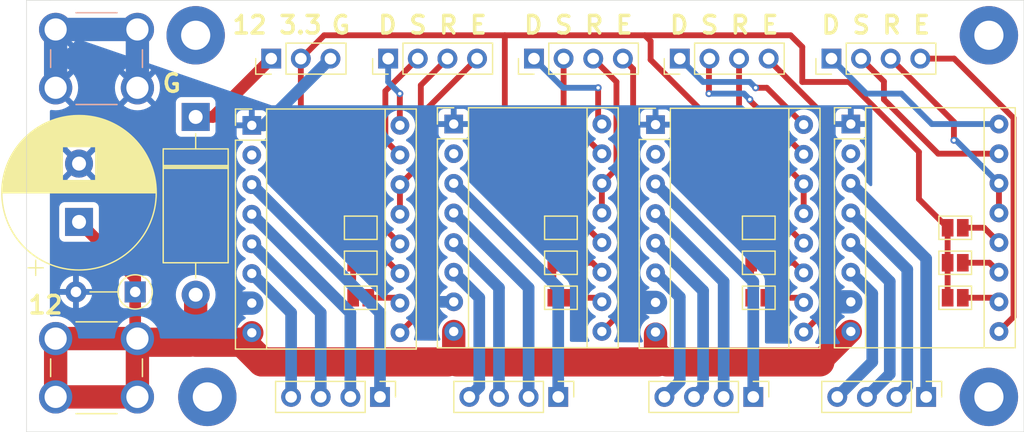
<source format=kicad_pcb>
(kicad_pcb (version 20240108) (generator "pcbnew") (generator_version "8.0")
  (layers (0 "F.Cu" signal) (31 "B.Cu" signal) (34 "B.Paste" user) (35 "F.Paste" user) (36 "B.SilkS" user "B.Silkscreen") (37 "F.SilkS" user "F.Silkscreen") (38 "B.Mask" user) (39 "F.Mask" user) (44 "Edge.Cuts" user))
  (net 0 "")
  (net 1 "GND")
  (net 2 "Net-(A6-M1)")
  (net 3 "Net-(A6-M0)")
  (net 4 "Net-(A6-M2)")
  (net 6 "Net-(A6-DIR)")
  (net 7 "Net-(A6-STEP)")
  (net 8 "Net-(A1-M0)")
  (net 10 "Net-(A1-STEP)")
  (net 11 "Net-(A1-~{EN})")
  (net 12 "Net-(A1-B2)")
  (net 13 "Net-(A1-DIR)")
  (net 14 "Net-(A1-M2)")
  (net 15 "Net-(A1-B1)")
  (net 16 "Net-(A1-A1)")
  (net 17 "Net-(A1-A2)")
  (net 18 "Net-(A1-M1)")
  (net 19 "+12V")
  (net 20 "Net-(A2-~{EN})")
  (net 21 "Net-(A2-M2)")
  (net 22 "Net-(A2-M1)")
  (net 23 "Net-(A2-STEP)")
  (net 24 "Net-(A2-A1)")
  (net 25 "Net-(A2-B1)")
  (net 26 "Net-(A2-B2)")
  (net 27 "Net-(A2-DIR)")
  (net 28 "Net-(A2-A2)")
  (net 29 "Net-(A2-M0)")
  (net 31 "Net-(A3-B2)")
  (net 32 "Net-(A3-STEP)")
  (net 33 "Net-(A3-M1)")
  (net 34 "Net-(A3-DIR)")
  (net 35 "Net-(A3-M2)")
  (net 36 "Net-(A3-M0)")
  (net 37 "Net-(A3-A2)")
  (net 38 "Net-(A3-B1)")
  (net 40 "Net-(A3-A1)")
  (net 41 "Net-(A3-~{EN})")
  (net 42 "Net-(A6-B1)")
  (net 43 "Net-(A6-B2)")
  (net 44 "Net-(A6-A1)")
  (net 45 "Net-(A6-A2)")
  (net 46 "Net-(A6-~{EN})")
  (net 47 "Net-(A1-~{RST})")
  (net 48 "Net-(A2-~{RST})")
  (net 49 "Net-(A3-~{RST})")
  (net 50 "Net-(A6-~{RST})")
  (net 51 "Net-(D2-K)")
  (net 52 "+3.3V")
  (footprint "Jumper:SolderJumper-2_P1.3mm_Open_Pad1.0x1.5mm" (layer "F.Cu") (at 90.15 85.5)
    (property "Reference" "JP4" (hide yes))
    (property "Value" "SolderJumper_2_Open" (hide yes))
    (pad "1" smd rect (at -0.65 0) (size 1 1.5) (layers "F.Cu" "F.Mask") (net 52 "+3.3V"))
    (pad "2" smd rect (at 0.65 0) (size 1 1.5) (layers "F.Cu" "F.Mask") (net 3 "Net-(A6-M0)"))
  )
  (footprint "Connector_PinHeader_2.54mm:PinHeader_1x04_P2.54mm_Vertical" (layer "F.Cu") (at 123.8 94 -90)
    (property "Reference" "J20" (hide yes))
    (property "Value" "Conn_01x04_Socket" (hide yes))
    (pad "1" thru_hole rect (at 0 0 270) (size 1.7 1.7) (drill 1) (layers "*.Cu" "*.Mask") (net 28 "Net-(A2-A2)"))
    (pad "2" thru_hole oval (at 0 2.54 270) (size 1.7 1.7) (drill 1) (layers "*.Cu" "*.Mask") (net 24 "Net-(A2-A1)"))
    (pad "3" thru_hole oval (at 0 5.08 270) (size 1.7 1.7) (drill 1) (layers "*.Cu" "*.Mask") (net 25 "Net-(A2-B1)"))
    (pad "4" thru_hole oval (at 0 7.62 270) (size 1.7 1.7) (drill 1) (layers "*.Cu" "*.Mask") (net 26 "Net-(A2-B2)"))
  )
  (footprint "Diode_THT:D_A-405_P5.08mm_Vertical_AnodeUp" (layer "F.Cu") (at 70.815 85 180)
    (property "Reference" "D1" (hide yes))
    (property "Value" "D" (hide yes))
    (pad "1" thru_hole rect (at 0 0 180) (size 1.8 1.8) (drill 0.9) (layers "*.Cu" "*.Mask") (net 19 "+12V"))
    (pad "2" thru_hole oval (at 5.08 0 180) (size 1.8 1.8) (drill 0.9) (layers "*.Cu" "*.Mask") (net 1 "GND"))
  )
  (footprint "MountingHole:MountingHole_2.5mm_Pad_TopBottom" (layer "F.Cu") (at 144 63)
    (property "Reference" "H1" (hide yes))
    (property "Value" "MountingHole" (hide yes))
    (pad "1" thru_hole circle (at 0 0) (size 2.9 2.9) (drill 2.5) (layers "*.Cu" "*.Mask"))
    (pad "1" connect circle (at 0 0) (size 5 5) (layers "F.Cu" "F.Mask"))
    (pad "1" connect circle (at 0 0) (size 5 5) (layers "B.Cu" "B.Mask"))
  )
  (footprint "Jumper:SolderJumper-2_P1.3mm_Open_Pad1.0x1.5mm" (layer "F.Cu") (at 107.31 79.5)
    (property "Reference" "JP3" (hide yes))
    (property "Value" "SolderJumper_2_Open" (hide yes))
    (pad "1" smd rect (at -0.65 0) (size 1 1.5) (layers "F.Cu" "F.Mask") (net 52 "+3.3V"))
    (pad "2" smd rect (at 0.65 0) (size 1 1.5) (layers "F.Cu" "F.Mask") (net 14 "Net-(A1-M2)"))
  )
  (footprint "Connector_PinHeader_2.54mm:PinHeader_1x04_P2.54mm_Vertical" (layer "F.Cu") (at 130.5 65 90)
    (property "Reference" "J4" (hide yes))
    (property "Value" "Conn_01x04_Socket" (hide yes))
    (pad "1" thru_hole rect (at 0 0 90) (size 1.7 1.7) (drill 1) (layers "*.Cu" "*.Mask") (net 34 "Net-(A3-DIR)"))
    (pad "2" thru_hole oval (at 0 2.54 90) (size 1.7 1.7) (drill 1) (layers "*.Cu" "*.Mask") (net 32 "Net-(A3-STEP)"))
    (pad "3" thru_hole oval (at 0 5.08 90) (size 1.7 1.7) (drill 1) (layers "*.Cu" "*.Mask") (net 49 "Net-(A3-~{RST})"))
    (pad "4" thru_hole oval (at 0 7.62 90) (size 1.7 1.7) (drill 1) (layers "*.Cu" "*.Mask") (net 41 "Net-(A3-~{EN})"))
  )
  (footprint "Jumper:SolderJumper-2_P1.3mm_Open_Pad1.0x1.5mm" (layer "F.Cu") (at 141.11 79.5)
    (property "Reference" "JP9" (hide yes))
    (property "Value" "SolderJumper_2_Open" (hide yes))
    (pad "1" smd rect (at -0.65 0) (size 1 1.5) (layers "F.Cu" "F.Mask") (net 52 "+3.3V"))
    (pad "2" smd rect (at 0.65 0) (size 1 1.5) (layers "F.Cu" "F.Mask") (net 35 "Net-(A3-M2)"))
  )
  (footprint "MountingHole:MountingHole_2.5mm_Pad_TopBottom" (layer "F.Cu") (at 76 63)
    (property "Reference" "H2" (hide yes))
    (property "Value" "MountingHole" (hide yes))
    (pad "1" thru_hole circle (at 0 0) (size 2.9 2.9) (drill 2.5) (layers "*.Cu" "*.Mask"))
    (pad "1" connect circle (at 0 0) (size 5 5) (layers "F.Cu" "F.Mask"))
    (pad "1" connect circle (at 0 0) (size 5 5) (layers "B.Cu" "B.Mask"))
  )
  (footprint "MountingHole:MountingHole_2.5mm_Pad_TopBottom" (layer "F.Cu") (at 144 94)
    (property "Reference" "H3" (hide yes))
    (property "Value" "MountingHole" (hide yes))
    (pad "1" thru_hole circle (at 0 0) (size 2.9 2.9) (drill 2.5) (layers "*.Cu" "*.Mask"))
    (pad "1" connect circle (at 0 0) (size 5 5) (layers "F.Cu" "F.Mask"))
    (pad "1" connect circle (at 0 0) (size 5 5) (layers "B.Cu" "B.Mask"))
  )
  (footprint "misc:KEYSTONE_7767" (layer "F.Cu") (at 67.5 91.5 90)
    (property "Reference" "J27" (hide yes))
    (property "Value" "7767" (hide yes))
    (pad "1_1" thru_hole circle (at -2.5 3.505 90) (size 2.85 2.85) (drill 1.9) (layers "*.Cu" "*.Mask") (net 19 "+12V"))
    (pad "1_2" thru_hole circle (at 2.5 3.505 90) (size 2.85 2.85) (drill 1.9) (layers "*.Cu" "*.Mask") (net 19 "+12V"))
    (pad "1_3" thru_hole circle (at 2.5 -3.505 90) (size 2.85 2.85) (drill 1.9) (layers "*.Cu" "*.Mask") (net 19 "+12V"))
    (pad "1_4" thru_hole circle (at -2.5 -3.505 90) (size 2.85 2.85) (drill 1.9) (layers "*.Cu" "*.Mask") (net 19 "+12V"))
  )
  (footprint "Module:Pololu_Breakout-16_15.2x20.3mm" (layer "F.Cu") (at 98.12 70.61)
    (property "Reference" "A1" (hide yes))
    (property "Value" "Pololu_Breakout_DRV8825" (hide yes))
    (pad "1" thru_hole rect (at 0 0) (size 1.6 1.6) (drill 0.8) (layers "*.Cu" "*.Mask") (net 1 "GND"))
    (pad "2" thru_hole oval (at 0 2.54) (size 1.6 1.6) (drill 0.8) (layers "*.Cu" "*.Mask"))
    (pad "3" thru_hole oval (at 0 5.08) (size 1.6 1.6) (drill 0.8) (layers "*.Cu" "*.Mask") (net 17 "Net-(A1-A2)"))
    (pad "4" thru_hole oval (at 0 7.62) (size 1.6 1.6) (drill 0.8) (layers "*.Cu" "*.Mask") (net 16 "Net-(A1-A1)"))
    (pad "5" thru_hole oval (at 0 10.16) (size 1.6 1.6) (drill 0.8) (layers "*.Cu" "*.Mask") (net 15 "Net-(A1-B1)"))
    (pad "6" thru_hole oval (at 0 12.7) (size 1.6 1.6) (drill 0.8) (layers "*.Cu" "*.Mask") (net 12 "Net-(A1-B2)"))
    (pad "7" thru_hole oval (at 0 15.24) (size 1.6 1.6) (drill 0.8) (layers "*.Cu" "*.Mask") (net 1 "GND"))
    (pad "8" thru_hole oval (at 0 17.78) (size 1.6 1.6) (drill 0.8) (layers "*.Cu" "*.Mask") (net 19 "+12V"))
    (pad "9" thru_hole oval (at 12.7 17.78) (size 1.6 1.6) (drill 0.8) (layers "*.Cu" "*.Mask") (net 11 "Net-(A1-~{EN})"))
    (pad "10" thru_hole oval (at 12.7 15.24) (size 1.6 1.6) (drill 0.8) (layers "*.Cu" "*.Mask") (net 8 "Net-(A1-M0)"))
    (pad "11" thru_hole oval (at 12.7 12.7) (size 1.6 1.6) (drill 0.8) (layers "*.Cu" "*.Mask") (net 18 "Net-(A1-M1)"))
    (pad "12" thru_hole oval (at 12.7 10.16) (size 1.6 1.6) (drill 0.8) (layers "*.Cu" "*.Mask") (net 14 "Net-(A1-M2)"))
    (pad "13" thru_hole oval (at 12.7 7.62) (size 1.6 1.6) (drill 0.8) (layers "*.Cu" "*.Mask") (net 47 "Net-(A1-~{RST})"))
    (pad "14" thru_hole oval (at 12.7 5.08) (size 1.6 1.6) (drill 0.8) (layers "*.Cu" "*.Mask") (net 47 "Net-(A1-~{RST})"))
    (pad "15" thru_hole oval (at 12.7 2.54) (size 1.6 1.6) (drill 0.8) (layers "*.Cu" "*.Mask") (net 10 "Net-(A1-STEP)"))
    (pad "16" thru_hole oval (at 12.7 0) (size 1.6 1.6) (drill 0.8) (layers "*.Cu" "*.Mask") (net 13 "Net-(A1-DIR)"))
  )
  (footprint "Connector_PinHeader_2.54mm:PinHeader_1x03_P2.54mm_Vertical" (layer "F.Cu") (at 82.475 65 90)
    (property "Reference" "J5" (hide yes))
    (property "Value" "Conn_01x03_Socket" (hide yes))
    (pad "1" thru_hole rect (at 0 0 90) (size 1.7 1.7) (drill 1) (layers "*.Cu" "*.Mask") (net 51 "Net-(D2-K)"))
    (pad "2" thru_hole oval (at 0 2.54 90) (size 1.7 1.7) (drill 1) (layers "*.Cu" "*.Mask") (net 52 "+3.3V"))
    (pad "3" thru_hole oval (at 0 5.08 90) (size 1.7 1.7) (drill 1) (layers "*.Cu" "*.Mask") (net 1 "GND"))
  )
  (footprint "Connector_PinHeader_2.54mm:PinHeader_1x04_P2.54mm_Vertical" (layer "F.Cu") (at 138.62 94 -90)
    (property "Reference" "J26" (hide yes))
    (property "Value" "Conn_01x04_Socket" (hide yes))
    (pad "1" thru_hole rect (at 0 0 270) (size 1.7 1.7) (drill 1) (layers "*.Cu" "*.Mask") (net 37 "Net-(A3-A2)"))
    (pad "2" thru_hole oval (at 0 2.54 270) (size 1.7 1.7) (drill 1) (layers "*.Cu" "*.Mask") (net 40 "Net-(A3-A1)"))
    (pad "3" thru_hole oval (at 0 5.08 270) (size 1.7 1.7) (drill 1) (layers "*.Cu" "*.Mask") (net 38 "Net-(A3-B1)"))
    (pad "4" thru_hole oval (at 0 7.62 270) (size 1.7 1.7) (drill 1) (layers "*.Cu" "*.Mask") (net 31 "Net-(A3-B2)"))
  )
  (footprint "Connector_PinHeader_2.54mm:PinHeader_1x04_P2.54mm_Vertical" (layer "F.Cu") (at 105 65 90)
    (property "Reference" "J2" (hide yes))
    (property "Value" "Conn_01x04_Socket" (hide yes))
    (pad "1" thru_hole rect (at 0 0 90) (size 1.7 1.7) (drill 1) (layers "*.Cu" "*.Mask") (net 13 "Net-(A1-DIR)"))
    (pad "2" thru_hole oval (at 0 2.54 90) (size 1.7 1.7) (drill 1) (layers "*.Cu" "*.Mask") (net 10 "Net-(A1-STEP)"))
    (pad "3" thru_hole oval (at 0 5.08 90) (size 1.7 1.7) (drill 1) (layers "*.Cu" "*.Mask") (net 47 "Net-(A1-~{RST})"))
    (pad "4" thru_hole oval (at 0 7.62 90) (size 1.7 1.7) (drill 1) (layers "*.Cu" "*.Mask") (net 11 "Net-(A1-~{EN})"))
  )
  (footprint "Connector_PinHeader_2.54mm:PinHeader_1x04_P2.54mm_Vertical" (layer "F.Cu") (at 91.8 94 -90)
    (property "Reference" "J8" (hide yes))
    (property "Value" "Conn_01x04_Socket" (hide yes))
    (pad "1" thru_hole rect (at 0 0 270) (size 1.7 1.7) (drill 1) (layers "*.Cu" "*.Mask") (net 45 "Net-(A6-A2)"))
    (pad "2" thru_hole oval (at 0 2.54 270) (size 1.7 1.7) (drill 1) (layers "*.Cu" "*.Mask") (net 44 "Net-(A6-A1)"))
    (pad "3" thru_hole oval (at 0 5.08 270) (size 1.7 1.7) (drill 1) (layers "*.Cu" "*.Mask") (net 42 "Net-(A6-B1)"))
    (pad "4" thru_hole oval (at 0 7.62 270) (size 1.7 1.7) (drill 1) (layers "*.Cu" "*.Mask") (net 43 "Net-(A6-B2)"))
  )
  (footprint "Module:Pololu_Breakout-16_15.2x20.3mm" (layer "F.Cu") (at 115.42 70.66)
    (property "Reference" "A2" (hide yes))
    (property "Value" "Pololu_Breakout_DRV8825" (hide yes))
    (pad "1" thru_hole rect (at 0 0) (size 1.6 1.6) (drill 0.8) (layers "*.Cu" "*.Mask") (net 1 "GND"))
    (pad "2" thru_hole oval (at 0 2.54) (size 1.6 1.6) (drill 0.8) (layers "*.Cu" "*.Mask"))
    (pad "3" thru_hole oval (at 0 5.08) (size 1.6 1.6) (drill 0.8) (layers "*.Cu" "*.Mask") (net 28 "Net-(A2-A2)"))
    (pad "4" thru_hole oval (at 0 7.62) (size 1.6 1.6) (drill 0.8) (layers "*.Cu" "*.Mask") (net 24 "Net-(A2-A1)"))
    (pad "5" thru_hole oval (at 0 10.16) (size 1.6 1.6) (drill 0.8) (layers "*.Cu" "*.Mask") (net 25 "Net-(A2-B1)"))
    (pad "6" thru_hole oval (at 0 12.7) (size 1.6 1.6) (drill 0.8) (layers "*.Cu" "*.Mask") (net 26 "Net-(A2-B2)"))
    (pad "7" thru_hole oval (at 0 15.24) (size 1.6 1.6) (drill 0.8) (layers "*.Cu" "*.Mask") (net 1 "GND"))
    (pad "8" thru_hole oval (at 0 17.78) (size 1.6 1.6) (drill 0.8) (layers "*.Cu" "*.Mask") (net 19 "+12V"))
    (pad "9" thru_hole oval (at 12.7 17.78) (size 1.6 1.6) (drill 0.8) (layers "*.Cu" "*.Mask") (net 20 "Net-(A2-~{EN})"))
    (pad "10" thru_hole oval (at 12.7 15.24) (size 1.6 1.6) (drill 0.8) (layers "*.Cu" "*.Mask") (net 29 "Net-(A2-M0)"))
    (pad "11" thru_hole oval (at 12.7 12.7) (size 1.6 1.6) (drill 0.8) (layers "*.Cu" "*.Mask") (net 22 "Net-(A2-M1)"))
    (pad "12" thru_hole oval (at 12.7 10.16) (size 1.6 1.6) (drill 0.8) (layers "*.Cu" "*.Mask") (net 21 "Net-(A2-M2)"))
    (pad "13" thru_hole oval (at 12.7 7.62) (size 1.6 1.6) (drill 0.8) (layers "*.Cu" "*.Mask") (net 48 "Net-(A2-~{RST})"))
    (pad "14" thru_hole oval (at 12.7 5.08) (size 1.6 1.6) (drill 0.8) (layers "*.Cu" "*.Mask") (net 48 "Net-(A2-~{RST})"))
    (pad "15" thru_hole oval (at 12.7 2.54) (size 1.6 1.6) (drill 0.8) (layers "*.Cu" "*.Mask") (net 23 "Net-(A2-STEP)"))
    (pad "16" thru_hole oval (at 12.7 0) (size 1.6 1.6) (drill 0.8) (layers "*.Cu" "*.Mask") (net 27 "Net-(A2-DIR)"))
  )
  (footprint "Connector_PinHeader_2.54mm:PinHeader_1x04_P2.54mm_Vertical" (layer "F.Cu") (at 92.5 65 90)
    (property "Reference" "J1" (hide yes))
    (property "Value" "Conn_01x04_Socket" (hide yes))
    (pad "1" thru_hole rect (at 0 0 90) (size 1.7 1.7) (drill 1) (layers "*.Cu" "*.Mask") (net 6 "Net-(A6-DIR)"))
    (pad "2" thru_hole oval (at 0 2.54 90) (size 1.7 1.7) (drill 1) (layers "*.Cu" "*.Mask") (net 7 "Net-(A6-STEP)"))
    (pad "3" thru_hole oval (at 0 5.08 90) (size 1.7 1.7) (drill 1) (layers "*.Cu" "*.Mask") (net 50 "Net-(A6-~{RST})"))
    (pad "4" thru_hole oval (at 0 7.62 90) (size 1.7 1.7) (drill 1) (layers "*.Cu" "*.Mask") (net 46 "Net-(A6-~{EN})"))
  )
  (footprint "Jumper:SolderJumper-2_P1.3mm_Open_Pad1.0x1.5mm" (layer "F.Cu") (at 124.27 82.5)
    (property "Reference" "JP11" (hide yes))
    (property "Value" "SolderJumper_2_Open" (hide yes))
    (pad "1" smd rect (at -0.65 0) (size 1 1.5) (layers "F.Cu" "F.Mask") (net 52 "+3.3V"))
    (pad "2" smd rect (at 0.65 0) (size 1 1.5) (layers "F.Cu" "F.Mask") (net 22 "Net-(A2-M1)"))
  )
  (footprint "Diode_THT:D_DO-27_P15.24mm_Horizontal" (layer "F.Cu") (at 76 70 -90)
    (property "Reference" "D2" (hide yes))
    (property "Value" "D")
    (pad "1" thru_hole rect (at 0 0 270) (size 2.4 2.4) (drill 1.2) (layers "*.Cu" "*.Mask") (net 51 "Net-(D2-K)"))
    (pad "2" thru_hole oval (at 15.24 0 270) (size 2.4 2.4) (drill 1.2) (layers "*.Cu" "*.Mask") (net 19 "+12V"))
  )
  (footprint "Connector_PinHeader_2.54mm:PinHeader_1x04_P2.54mm_Vertical" (layer "F.Cu") (at 117.5 65 90)
    (property "Reference" "J3" (hide yes))
    (property "Value" "Conn_01x04_Socket" (hide yes))
    (pad "1" thru_hole rect (at 0 0 90) (size 1.7 1.7) (drill 1) (layers "*.Cu" "*.Mask") (net 27 "Net-(A2-DIR)"))
    (pad "2" thru_hole oval (at 0 2.54 90) (size 1.7 1.7) (drill 1) (layers "*.Cu" "*.Mask") (net 23 "Net-(A2-STEP)"))
    (pad "3" thru_hole oval (at 0 5.08 90) (size 1.7 1.7) (drill 1) (layers "*.Cu" "*.Mask") (net 48 "Net-(A2-~{RST})"))
    (pad "4" thru_hole oval (at 0 7.62 90) (size 1.7 1.7) (drill 1) (layers "*.Cu" "*.Mask") (net 20 "Net-(A2-~{EN})"))
  )
  (footprint "Module:Pololu_Breakout-16_15.2x20.3mm" (layer "F.Cu") (at 80.81 70.72)
    (property "Reference" "A6" (hide yes))
    (property "Value" "Pololu_Breakout_DRV8825" (hide yes))
    (pad "1" thru_hole rect (at 0 0) (size 1.6 1.6) (drill 0.8) (layers "*.Cu" "*.Mask") (net 1 "GND"))
    (pad "2" thru_hole oval (at 0 2.54) (size 1.6 1.6) (drill 0.8) (layers "*.Cu" "*.Mask"))
    (pad "3" thru_hole oval (at 0 5.08) (size 1.6 1.6) (drill 0.8) (layers "*.Cu" "*.Mask") (net 45 "Net-(A6-A2)"))
    (pad "4" thru_hole oval (at 0 7.62) (size 1.6 1.6) (drill 0.8) (layers "*.Cu" "*.Mask") (net 44 "Net-(A6-A1)"))
    (pad "5" thru_hole oval (at 0 10.16) (size 1.6 1.6) (drill 0.8) (layers "*.Cu" "*.Mask") (net 42 "Net-(A6-B1)"))
    (pad "6" thru_hole oval (at 0 12.7) (size 1.6 1.6) (drill 0.8) (layers "*.Cu" "*.Mask") (net 43 "Net-(A6-B2)"))
    (pad "7" thru_hole oval (at 0 15.24) (size 1.6 1.6) (drill 0.8) (layers "*.Cu" "*.Mask") (net 1 "GND"))
    (pad "8" thru_hole oval (at 0 17.78) (size 1.6 1.6) (drill 0.8) (layers "*.Cu" "*.Mask") (net 19 "+12V"))
    (pad "9" thru_hole oval (at 12.7 17.78) (size 1.6 1.6) (drill 0.8) (layers "*.Cu" "*.Mask") (net 46 "Net-(A6-~{EN})"))
    (pad "10" thru_hole oval (at 12.7 15.24) (size 1.6 1.6) (drill 0.8) (layers "*.Cu" "*.Mask") (net 3 "Net-(A6-M0)"))
    (pad "11" thru_hole oval (at 12.7 12.7) (size 1.6 1.6) (drill 0.8) (layers "*.Cu" "*.Mask") (net 2 "Net-(A6-M1)"))
    (pad "12" thru_hole oval (at 12.7 10.16) (size 1.6 1.6) (drill 0.8) (layers "*.Cu" "*.Mask") (net 4 "Net-(A6-M2)"))
    (pad "13" thru_hole oval (at 12.7 7.62) (size 1.6 1.6) (drill 0.8) (layers "*.Cu" "*.Mask") (net 50 "Net-(A6-~{RST})"))
    (pad "14" thru_hole oval (at 12.7 5.08) (size 1.6 1.6) (drill 0.8) (layers "*.Cu" "*.Mask") (net 50 "Net-(A6-~{RST})"))
    (pad "15" thru_hole oval (at 12.7 2.54) (size 1.6 1.6) (drill 0.8) (layers "*.Cu" "*.Mask") (net 7 "Net-(A6-STEP)"))
    (pad "16" thru_hole oval (at 12.7 0) (size 1.6 1.6) (drill 0.8) (layers "*.Cu" "*.Mask") (net 6 "Net-(A6-DIR)"))
  )
  (footprint "Jumper:SolderJumper-2_P1.3mm_Open_Pad1.0x1.5mm" (layer "F.Cu") (at 141.11 82.5)
    (property "Reference" "JP8" (hide yes))
    (property "Value" "SolderJumper_2_Open" (hide yes))
    (pad "1" smd rect (at -0.65 0) (size 1 1.5) (layers "F.Cu" "F.Mask") (net 52 "+3.3V"))
    (pad "2" smd rect (at 0.65 0) (size 1 1.5) (layers "F.Cu" "F.Mask") (net 33 "Net-(A3-M1)"))
  )
  (footprint "Jumper:SolderJumper-2_P1.3mm_Open_Pad1.0x1.5mm" (layer "F.Cu") (at 141.11 85.5)
    (property "Reference" "JP7" (hide yes))
    (property "Value" "SolderJumper_2_Open" (hide yes))
    (pad "1" smd rect (at -0.65 0) (size 1 1.5) (layers "F.Cu" "F.Mask") (net 52 "+3.3V"))
    (pad "2" smd rect (at 0.65 0) (size 1 1.5) (layers "F.Cu" "F.Mask") (net 36 "Net-(A3-M0)"))
  )
  (footprint "Jumper:SolderJumper-2_P1.3mm_Open_Pad1.0x1.5mm" (layer "F.Cu") (at 90.15 79.5)
    (property "Reference" "JP6" (hide yes))
    (property "Value" "SolderJumper_2_Open" (hide yes))
    (pad "1" smd rect (at -0.65 0) (size 1 1.5) (layers "F.Cu" "F.Mask") (net 52 "+3.3V"))
    (pad "2" smd rect (at 0.65 0) (size 1 1.5) (layers "F.Cu" "F.Mask") (net 4 "Net-(A6-M2)"))
  )
  (footprint "Jumper:SolderJumper-2_P1.3mm_Open_Pad1.0x1.5mm" (layer "F.Cu") (at 107.31 85.5)
    (property "Reference" "JP1" (hide yes))
    (property "Value" "SolderJumper_2_Open" (hide yes))
    (pad "1" smd rect (at -0.65 0) (size 1 1.5) (layers "F.Cu" "F.Mask") (net 52 "+3.3V"))
    (pad "2" smd rect (at 0.65 0) (size 1 1.5) (layers "F.Cu" "F.Mask") (net 8 "Net-(A1-M0)"))
  )
  (footprint "Jumper:SolderJumper-2_P1.3mm_Open_Pad1.0x1.5mm" (layer "F.Cu") (at 124.27 79.5)
    (property "Reference" "JP12" (hide yes))
    (property "Value" "SolderJumper_2_Open" (hide yes))
    (pad "1" smd rect (at -0.65 0) (size 1 1.5) (layers "F.Cu" "F.Mask") (net 52 "+3.3V"))
    (pad "2" smd rect (at 0.65 0) (size 1 1.5) (layers "F.Cu" "F.Mask") (net 21 "Net-(A2-M2)"))
  )
  (footprint "MountingHole:MountingHole_2.5mm_Pad_TopBottom" (layer "F.Cu") (at 77 94)
    (property "Reference" "H4" (hide yes))
    (property "Value" "MountingHole" (hide yes))
    (pad "1" thru_hole circle (at 0 0) (size 2.9 2.9) (drill 2.5) (layers "*.Cu" "*.Mask"))
    (pad "1" connect circle (at 0 0) (size 5 5) (layers "F.Cu" "F.Mask"))
    (pad "1" connect circle (at 0 0) (size 5 5) (layers "B.Cu" "B.Mask"))
  )
  (footprint "Capacitor_THT:CP_Radial_D13.0mm_P5.00mm" (layer "F.Cu") (at 66 79 90)
    (property "Reference" "C1" (hide yes))
    (property "Value" "C")
    (pad "1" thru_hole rect (at 0 0 90) (size 2.4 2.4) (drill 1.2) (layers "*.Cu" "*.Mask") (net 19 "+12V"))
    (pad "2" thru_hole circle (at 5 0 90) (size 2.4 2.4) (drill 1.2) (layers "*.Cu" "*.Mask") (net 1 "GND"))
  )
  (footprint "Module:Pololu_Breakout-16_15.2x20.3mm" (layer "F.Cu") (at 132.16 70.61)
    (property "Reference" "A3" (hide yes))
    (property "Value" "Pololu_Breakout_DRV8825" (hide yes))
    (pad "1" thru_hole rect (at 0 0) (size 1.6 1.6) (drill 0.8) (layers "*.Cu" "*.Mask") (net 1 "GND"))
    (pad "2" thru_hole oval (at 0 2.54) (size 1.6 1.6) (drill 0.8) (layers "*.Cu" "*.Mask"))
    (pad "3" thru_hole oval (at 0 5.08) (size 1.6 1.6) (drill 0.8) (layers "*.Cu" "*.Mask") (net 37 "Net-(A3-A2)"))
    (pad "4" thru_hole oval (at 0 7.62) (size 1.6 1.6) (drill 0.8) (layers "*.Cu" "*.Mask") (net 40 "Net-(A3-A1)"))
    (pad "5" thru_hole oval (at 0 10.16) (size 1.6 1.6) (drill 0.8) (layers "*.Cu" "*.Mask") (net 38 "Net-(A3-B1)"))
    (pad "6" thru_hole oval (at 0 12.7) (size 1.6 1.6) (drill 0.8) (layers "*.Cu" "*.Mask") (net 31 "Net-(A3-B2)"))
    (pad "7" thru_hole oval (at 0 15.24) (size 1.6 1.6) (drill 0.8) (layers "*.Cu" "*.Mask") (net 1 "GND"))
    (pad "8" thru_hole oval (at 0 17.78) (size 1.6 1.6) (drill 0.8) (layers "*.Cu" "*.Mask") (net 19 "+12V"))
    (pad "9" thru_hole oval (at 12.7 17.78) (size 1.6 1.6) (drill 0.8) (layers "*.Cu" "*.Mask") (net 41 "Net-(A3-~{EN})"))
    (pad "10" thru_hole oval (at 12.7 15.24) (size 1.6 1.6) (drill 0.8) (layers "*.Cu" "*.Mask") (net 36 "Net-(A3-M0)"))
    (pad "11" thru_hole oval (at 12.7 12.7) (size 1.6 1.6) (drill 0.8) (layers "*.Cu" "*.Mask") (net 33 "Net-(A3-M1)"))
    (pad "12" thru_hole oval (at 12.7 10.16) (size 1.6 1.6) (drill 0.8) (layers "*.Cu" "*.Mask") (net 35 "Net-(A3-M2)"))
    (pad "13" thru_hole oval (at 12.7 7.62) (size 1.6 1.6) (drill 0.8) (layers "*.Cu" "*.Mask") (net 49 "Net-(A3-~{RST})"))
    (pad "14" thru_hole oval (at 12.7 5.08) (size 1.6 1.6) (drill 0.8) (layers "*.Cu" "*.Mask") (net 49 "Net-(A3-~{RST})"))
    (pad "15" thru_hole oval (at 12.7 2.54) (size 1.6 1.6) (drill 0.8) (layers "*.Cu" "*.Mask") (net 32 "Net-(A3-STEP)"))
    (pad "16" thru_hole oval (at 12.7 0) (size 1.6 1.6) (drill 0.8) (layers "*.Cu" "*.Mask") (net 34 "Net-(A3-DIR)"))
  )
  (footprint "Connector_PinHeader_2.54mm:PinHeader_1x04_P2.54mm_Vertical" (layer "F.Cu") (at 107.08 94 -90)
    (property "Reference" "J14" (hide yes))
    (property "Value" "Conn_01x04_Socket" (hide yes))
    (pad "1" thru_hole rect (at 0 0 270) (size 1.7 1.7) (drill 1) (layers "*.Cu" "*.Mask") (net 17 "Net-(A1-A2)"))
    (pad "2" thru_hole oval (at 0 2.54 270) (size 1.7 1.7) (drill 1) (layers "*.Cu" "*.Mask") (net 16 "Net-(A1-A1)"))
    (pad "3" thru_hole oval (at 0 5.08 270) (size 1.7 1.7) (drill 1) (layers "*.Cu" "*.Mask") (net 15 "Net-(A1-B1)"))
    (pad "4" thru_hole oval (at 0 7.62 270) (size 1.7 1.7) (drill 1) (layers "*.Cu" "*.Mask") (net 12 "Net-(A1-B2)"))
  )
  (footprint "Jumper:SolderJumper-2_P1.3mm_Open_Pad1.0x1.5mm" (layer "F.Cu") (at 124.27 85.5)
    (property "Reference" "JP10" (hide yes))
    (property "Value" "SolderJumper_2_Open" (hide yes))
    (pad "1" smd rect (at -0.65 0) (size 1 1.5) (layers "F.Cu" "F.Mask") (net 52 "+3.3V"))
    (pad "2" smd rect (at 0.65 0) (size 1 1.5) (layers "F.Cu" "F.Mask") (net 29 "Net-(A2-M0)"))
  )
  (footprint "Jumper:SolderJumper-2_P1.3mm_Open_Pad1.0x1.5mm" (layer "F.Cu") (at 90.15 82.5)
    (property "Reference" "JP5" (hide yes))
    (property "Value" "SolderJumper_2_Open" (hide yes))
    (pad "1" smd rect (at -0.65 0) (size 1 1.5) (layers "F.Cu" "F.Mask") (net 52 "+3.3V"))
    (pad "2" smd rect (at 0.65 0) (size 1 1.5) (layers "F.Cu" "F.Mask") (net 2 "Net-(A6-M1)"))
  )
  (footprint "Jumper:SolderJumper-2_P1.3mm_Open_Pad1.0x1.5mm" (layer "F.Cu") (at 107.31 82.5)
    (property "Reference" "JP2" (hide yes))
    (property "Value" "SolderJumper_2_Open" (hide yes))
    (pad "1" smd rect (at -0.65 0) (size 1 1.5) (layers "F.Cu" "F.Mask") (net 52 "+3.3V"))
    (pad "2" smd rect (at 0.65 0) (size 1 1.5) (layers "F.Cu" "F.Mask") (net 18 "Net-(A1-M1)"))
  )
  (footprint "misc:KEYSTONE_7767" (layer "B.Cu") (at 67.5 65 90)
    (property "Reference" "J28" (hide yes))
    (property "Value" "7767" (hide yes))
    (pad "1_1" thru_hole circle (at -2.5 -3.505 90) (size 2.85 2.85) (drill 1.9) (layers "*.Cu" "*.Mask") (net 1 "GND"))
    (pad "1_2" thru_hole circle (at 2.5 -3.505 90) (size 2.85 2.85) (drill 1.9) (layers "*.Cu" "*.Mask") (net 1 "GND"))
    (pad "1_3" thru_hole circle (at 2.5 3.505 90) (size 2.85 2.85) (drill 1.9) (layers "*.Cu" "*.Mask") (net 1 "GND"))
    (pad "1_4" thru_hole circle (at -2.5 3.505 90) (size 2.85 2.85) (drill 1.9) (layers "*.Cu" "*.Mask") (net 1 "GND"))
  )
  (gr_line (start 62 60) (end 61.5 60) (stroke (width 0.05)) (layer "Edge.Cuts"))
  (gr_line (start 61.5 97) (end 61.5 60) (stroke (width 0.05)) (layer "Edge.Cuts"))
  (gr_line (start 147 97) (end 147 60) (stroke (width 0.05)) (layer "Edge.Cuts"))
  (gr_line (start 63.5 60) (end 62 60) (stroke (width 0.05)) (layer "Edge.Cuts"))
  (gr_line (start 61.5 97) (end 147 97) (stroke (width 0.05)) (layer "Edge.Cuts"))
  (gr_line (start 147 60) (end 63.5 60) (stroke (width 0.05)) (layer "Edge.Cuts"))
  (gr_text "D S R E" (at 104 63 0) (layer "F.SilkS") (effects (font (size 1.5 1.5) (thickness 0.3) (bold yes)) (justify left bottom)))
  (gr_text "G" (at 87.5 63 0) (layer "F.SilkS") (effects (font (size 1.5 1.5) (thickness 0.3) (bold yes)) (justify left bottom)))
  (gr_text "D S R E" (at 129.5 63 0) (layer "F.SilkS") (effects (font (size 1.5 1.5) (thickness 0.3) (bold yes)) (justify left bottom)))
  (gr_text "G" (at 62 73 0) (layer "F.SilkS") (effects (font (size 1.5 1.5) (thickness 0.3) (bold yes)) (justify left bottom)))
  (gr_text "3.3" (at 83 63 0) (layer "F.SilkS") (effects (font (size 1.5 1.5) (thickness 0.3) (bold yes)) (justify left bottom)))
  (gr_text "D S R E" (at 116.5 63 0) (layer "F.SilkS") (effects (font (size 1.5 1.5) (thickness 0.3) (bold yes)) (justify left bottom)))
  (gr_text "12" (at 79 63 0) (layer "F.SilkS") (effects (font (size 1.5 1.5) (thickness 0.3) (bold yes)) (justify left bottom)))
  (gr_text "G" (at 73 68 0) (layer "F.SilkS") (effects (font (size 1.5 1.5) (thickness 0.3) (bold yes)) (justify left bottom)))
  (gr_text "D S R E" (at 91.5 63 0) (layer "F.SilkS") (effects (font (size 1.5 1.5) (thickness 0.3) (bold yes)) (justify left bottom)))
  (gr_text "12" (at 61.5 87 0) (layer "F.SilkS") (effects (font (size 1.5 1.5) (thickness 0.3) (bold yes)) (justify left bottom)))
  (segment (start 80.81 85.96) (end 80.04 85.96) (width 2) (layer "B.Cu") (net 1))
  (segment (start 132.16 85.85) (end 130.65 85.85) (width 2) (layer "B.Cu") (net 1))
  (segment (start 130.65 85.85) (end 130.5 86) (width 2) (layer "B.Cu") (net 1))
  (segment (start 80.04 85.96) (end 80 86) (width 2) (layer "B.Cu") (net 1))
  (segment (start 63.995 62.5) (end 63.995 67.5) (width 2) (layer "B.Cu") (net 1))
  (segment (start 80.81 70.72) (end 81.835 70.72) (width 1) (layer "B.Cu") (net 1))
  (segment (start 81.835 70.72) (end 87.555 65) (width 1) (layer "B.Cu") (net 1))
  (segment (start 96.5 85.85) (end 97.65 85.85) (width 1) (layer "B.Cu") (net 1))
  (segment (start 71.005 62.5) (end 71.005 67.5) (width 2) (layer "B.Cu") (net 1))
  (segment (start 63.995 62.5) (end 71.005 62.5) (width 2) (layer "B.Cu") (net 1))
  (segment (start 115.42 85.9) (end 114.1 85.9) (width 2) (layer "B.Cu") (net 1))
  (segment (start 90.8 82.5) (end 92.59 82.5) (width 0.5) (layer "F.Cu") (net 2))
  (segment (start 92.59 82.5) (end 93.51 83.42) (width 0.5) (layer "F.Cu") (net 2))
  (segment (start 90.8 85.5) (end 93.05 85.5) (width 0.5) (layer "F.Cu") (net 3))
  (segment (start 93.05 85.5) (end 93.51 85.96) (width 0.5) (layer "F.Cu") (net 3))
  (segment (start 90.8 79.5) (end 92.13 79.5) (width 0.5) (layer "F.Cu") (net 4))
  (segment (start 92.13 79.5) (end 93.51 80.88) (width 0.5) (layer "F.Cu") (net 4))
  (segment (start 93.5 70.71) (end 93.51 70.72) (width 0.5) (layer "F.Cu") (net 6))
  (segment (start 93.5 68) (end 93.5 70.71) (width 0.5) (layer "F.Cu") (net 6))
  (via (at 93.5 68) (size 0.6) (drill 0.3) (layers "F.Cu" "B.Cu") (net 6))
  (segment (start 92.5 65) (end 92.5 67) (width 0.5) (layer "B.Cu") (net 6))
  (segment (start 92.5 67) (end 93.5 68) (width 0.5) (layer "B.Cu") (net 6))
  (segment (start 95.04 65) (end 92.26 67.78) (width 0.5) (layer "F.Cu") (net 7))
  (segment (start 92.26 72.01) (end 93.51 73.26) (width 0.5) (layer "F.Cu") (net 7))
  (segment (start 92.26 67.78) (end 92.26 72.01) (width 0.5) (layer "F.Cu") (net 7))
  (segment (start 110.47 85.5) (end 110.82 85.85) (width 0.5) (layer "F.Cu") (net 8))
  (segment (start 107.96 85.5) (end 110.47 85.5) (width 0.5) (layer "F.Cu") (net 8))
  (segment (start 107.54 65) (end 107.54 69.87) (width 0.5) (layer "F.Cu") (net 10))
  (segment (start 107.54 69.87) (end 110.82 73.15) (width 0.5) (layer "F.Cu") (net 10))
  (segment (start 110.71 88.5) (end 110.82 88.39) (width 0.5) (layer "F.Cu") (net 11))
  (segment (start 110.82 88.39) (end 113.5 85.71) (width 0.5) (layer "F.Cu") (net 11))
  (segment (start 113.5 65.88) (end 112.62 65) (width 0.5) (layer "F.Cu") (net 11))
  (segment (start 113.5 85.71) (end 113.5 65.88) (width 0.5) (layer "F.Cu") (net 11))
  (segment (start 100.31 85.5) (end 100.31 93.15) (width 1) (layer "B.Cu") (net 12))
  (segment (start 100.31 93.15) (end 99.46 94) (width 1) (layer "B.Cu") (net 12))
  (segment (start 98.12 83.31) (end 100.31 85.5) (width 1) (layer "B.Cu") (net 12))
  (segment (start 110.5 67.5) (end 110.5 70.29) (width 0.5) (layer "F.Cu") (net 13))
  (segment (start 110.5 70.29) (end 110.82 70.61) (width 0.5) (layer "F.Cu") (net 13))
  (via (at 110.5 67.5) (size 0.6) (drill 0.3) (layers "F.Cu" "B.Cu") (net 13))
  (segment (start 105 65) (end 107.5 67.5) (width 0.5) (layer "B.Cu") (net 13))
  (segment (start 107.5 67.5) (end 110.5 67.5) (width 0.5) (layer "B.Cu") (net 13))
  (segment (start 107.96 79.5) (end 109.55 79.5) (width 0.5) (layer "F.Cu") (net 14))
  (segment (start 109.55 79.5) (end 110.82 80.77) (width 0.5) (layer "F.Cu") (net 14))
  (segment (start 98.12 80.77) (end 102 84.65) (width 1) (layer "B.Cu") (net 15))
  (segment (start 102 84.65) (end 102 94) (width 1) (layer "B.Cu") (net 15))
  (segment (start 104.54 84.65) (end 104.54 94) (width 1) (layer "B.Cu") (net 16))
  (segment (start 98.12 78.23) (end 104.54 84.65) (width 1) (layer "B.Cu") (net 16))
  (segment (start 107.08 84.65) (end 107.08 94) (width 1) (layer "B.Cu") (net 17))
  (segment (start 98.12 75.69) (end 107.08 84.65) (width 1) (layer "B.Cu") (net 17))
  (segment (start 107.96 82.5) (end 110.01 82.5) (width 0.5) (layer "F.Cu") (net 18))
  (segment (start 110.01 82.5) (end 110.82 83.31) (width 0.5) (layer "F.Cu") (net 18))
  (segment (start 71.005 89) (end 63.995 89) (width 2) (layer "F.Cu") (net 19))
  (segment (start 116 90.62) (end 116.38 91) (width 2) (layer "F.Cu") (net 19))
  (segment (start 98.12 90.5) (end 98 90.62) (width 2) (layer "F.Cu") (net 19))
  (segment (start 79.995 89.315) (end 81.68 91) (width 2.5) (layer "F.Cu") (net 19))
  (segment (start 76 89.315) (end 76 85.24) (width 2) (layer "F.Cu") (net 19))
  (segment (start 129.51 91) (end 132.12 88.39) (width 2) (layer "F.Cu") (net 19))
  (segment (start 115.62 91) (end 116 90.62) (width 2) (layer "F.Cu") (net 19))
  (segment (start 71.005 94) (end 63.995 94) (width 2) (layer "F.Cu") (net 19))
  (segment (start 98 90.62) (end 98.38 91) (width 2) (layer "F.Cu") (net 19))
  (segment (start 63.995 94) (end 63.995 89) (width 2) (layer "F.Cu") (net 19))
  (segment (start 70.815 88.81) (end 71.005 89) (width 1) (layer "F.Cu") (net 19))
  (segment (start 98.38 91) (end 115.62 91) (width 2.5) (layer "F.Cu") (net 19))
  (segment (start 115.42 90.04) (end 116 90.62) (width 2) (layer "F.Cu") (net 19))
  (segment (start 70.815 85) (end 70.815 88.81) (width 1) (layer "F.Cu") (net 19))
  (segment (start 80.81 88.5) (end 79.995 89.315) (width 2) (layer "F.Cu") (net 19))
  (segment (start 71.005 94) (end 71.005 89) (width 2) (layer "F.Cu") (net 19))
  (segment (start 115.42 88.62) (end 115.42 90.04) (width 2) (layer "F.Cu") (net 19))
  (segment (start 81.68 91) (end 97.62 91) (width 2.5) (layer "F.Cu") (net 19))
  (segment (start 71.32 89.315) (end 71.005 89) (width 2) (layer "F.Cu") (net 19))
  (segment (start 75.5 89.315) (end 71.32 89.315) (width 2.5) (layer "F.Cu") (net 19))
  (segment (start 76 89.315) (end 79.995 89.315) (width 2.5) (layer "F.Cu") (net 19))
  (segment (start 98.12 88.39) (end 98.12 90.5) (width 2) (layer "F.Cu") (net 19))
  (segment (start 97.62 91) (end 98 90.62) (width 2) (layer "F.Cu") (net 19))
  (segment (start 70.815 85) (end 70.815 83.815) (width 1) (layer "F.Cu") (net 19))
  (segment (start 116.38 91) (end 129.51 91) (width 2.5) (layer "F.Cu") (net 19))
  (segment (start 70.815 83.815) (end 66 79) (width 1) (layer "F.Cu") (net 19))
  (segment (start 129.510051 69.5) (end 125.12 65.109949) (width 0.5) (layer "F.Cu") (net 20))
  (segment (start 130 86.56) (end 130 69.5) (width 0.5) (layer "F.Cu") (net 20))
  (segment (start 130 69.5) (end 129.510051 69.5) (width 0.5) (layer "F.Cu") (net 20))
  (segment (start 125.5 65) (end 125.12 65) (width 0.5) (layer "F.Cu") (net 20))
  (segment (start 128.12 88.44) (end 130 86.56) (width 0.5) (layer "F.Cu") (net 20))
  (segment (start 128.06 88.5) (end 128.12 88.44) (width 0.5) (layer "F.Cu") (net 20))
  (segment (start 125.12 65.109949) (end 125.12 65) (width 0.5) (layer "F.Cu") (net 20))
  (segment (start 126.8 79.5) (end 128.12 80.82) (width 0.5) (layer "F.Cu") (net 21))
  (segment (start 124.92 79.5) (end 126.8 79.5) (width 0.5) (layer "F.Cu") (net 21))
  (segment (start 124.92 82.5) (end 127.26 82.5) (width 0.5) (layer "F.Cu") (net 22))
  (segment (start 127.26 82.5) (end 128.12 83.36) (width 0.5) (layer "F.Cu") (net 22))
  (segment (start 123.5 68.58) (end 123.5 68.5) (width 0.5) (layer "F.Cu") (net 23))
  (segment (start 120 65.04) (end 120.04 65) (width 0.5) (layer "F.Cu") (net 23))
  (segment (start 128.12 73.2) (end 123.5 68.58) (width 0.5) (layer "F.Cu") (net 23))
  (segment (start 120 68) (end 120 65.04) (width 0.5) (layer "F.Cu") (net 23))
  (via (at 123.5 68.5) (size 0.6) (drill 0.3) (layers "F.Cu" "B.Cu") (net 23))
  (via (at 120 68) (size 0.6) (drill 0.3) (layers "F.Cu" "B.Cu") (net 23))
  (segment (start 123 68) (end 120 68) (width 0.5) (layer "B.Cu") (net 23))
  (segment (start 123.5 68.5) (end 123 68) (width 0.5) (layer "B.Cu") (net 23))
  (segment (start 115.42 78.28) (end 121.26 84.12) (width 1) (layer "B.Cu") (net 24))
  (segment (start 121.26 84.12) (end 121.26 94) (width 1) (layer "B.Cu") (net 24))
  (segment (start 119.5 84.9) (end 119.5 93.22) (width 1) (layer "B.Cu") (net 25))
  (segment (start 115.42 80.82) (end 119.5 84.9) (width 1) (layer "B.Cu") (net 25))
  (segment (start 119.5 93.22) (end 118.72 94) (width 1) (layer "B.Cu") (net 25))
  (segment (start 117.5 92.68) (end 116.18 94) (width 1) (layer "B.Cu") (net 26))
  (segment (start 117.5 85.44) (end 117.5 92.68) (width 1) (layer "B.Cu") (net 26))
  (segment (start 115.42 83.36) (end 117.5 85.44) (width 1) (layer "B.Cu") (net 26))
  (segment (start 124.96 67.5) (end 124 67.5) (width 0.5) (layer "F.Cu") (net 27))
  (segment (start 128.12 70.66) (end 124.96 67.5) (width 0.5) (layer "F.Cu") (net 27))
  (via (at 124 67.5) (size 0.6) (drill 0.3) (layers "F.Cu" "B.Cu") (net 27))
  (segment (start 124 67.5) (end 123.5 67) (width 0.5) (layer "B.Cu") (net 27))
  (segment (start 119.5 67) (end 117.5 65) (width 0.5) (layer "B.Cu") (net 27))
  (segment (start 123.5 67) (end 119.5 67) (width 0.5) (layer "B.Cu") (net 27))
  (segment (start 123.8 84.12) (end 123.8 94) (width 1) (layer "B.Cu") (net 28))
  (segment (start 115.42 75.74) (end 123.8 84.12) (width 1) (layer "B.Cu") (net 28))
  (segment (start 124.92 85.5) (end 127.72 85.5) (width 0.5) (layer "F.Cu") (net 29))
  (segment (start 127.72 85.5) (end 128.12 85.9) (width 0.5) (layer "F.Cu") (net 29))
  (segment (start 134 91) (end 131 94) (width 1) (layer "B.Cu") (net 31))
  (segment (start 132.16 83.31) (end 134 85.15) (width 1) (layer "B.Cu") (net 31))
  (segment (start 134 85.15) (end 134 91) (width 1) (layer "B.Cu") (net 31))
  (segment (start 135 66.96) (end 135 68.5) (width 0.5) (layer "F.Cu") (net 32))
  (segment (start 139.65 73.15) (end 144.86 73.15) (width 0.5) (layer "F.Cu") (net 32))
  (segment (start 133.04 65) (end 135 66.96) (width 0.5) (layer "F.Cu") (net 32))
  (segment (start 135 68.5) (end 139.65 73.15) (width 0.5) (layer "F.Cu") (net 32))
  (segment (start 141.76 82.5) (end 144.05 82.5) (width 0.5) (layer "F.Cu") (net 33))
  (segment (start 144.05 82.5) (end 144.86 83.31) (width 0.5) (layer "F.Cu") (net 33))
  (segment (start 133.5 68) (end 136.5 68) (width 0.5) (layer "B.Cu") (net 34))
  (segment (start 139.11 70.61) (end 144.86 70.61) (width 0.5) (layer "B.Cu") (net 34))
  (segment (start 136.5 68) (end 139.11 70.61) (width 0.5) (layer "B.Cu") (net 34))
  (segment (start 130.5 65) (end 133.5 68) (width 0.5) (layer "B.Cu") (net 34))
  (segment (start 141.76 79.5) (end 143.59 79.5) (width 0.5) (layer "F.Cu") (net 35))
  (segment (start 143.59 79.5) (end 144.86 80.77) (width 0.5) (layer "F.Cu") (net 35))
  (segment (start 144.51 85.5) (end 144.86 85.85) (width 0.5) (layer "F.Cu") (net 36))
  (segment (start 141.76 85.5) (end 144.51 85.5) (width 0.5) (layer "F.Cu") (net 36))
  (segment (start 138.62 82.15) (end 138.62 94) (width 1) (layer "B.Cu") (net 37))
  (segment (start 132.16 75.69) (end 138.62 82.15) (width 1) (layer "B.Cu") (net 37))
  (segment (start 132.16 80.77) (end 135.5 84.11) (width 1) (layer "B.Cu") (net 38))
  (segment (start 135.5 84.11) (end 135.5 92.04) (width 1) (layer "B.Cu") (net 38))
  (segment (start 135.5 92.04) (end 133.54 94) (width 1) (layer "B.Cu") (net 38))
  (segment (start 132.16 78.23) (end 137 83.07) (width 1) (layer "B.Cu") (net 40))
  (segment (start 137 93.08) (end 136.08 94) (width 1) (layer "B.Cu") (net 40))
  (segment (start 137 83.07) (end 137 93.08) (width 1) (layer "B.Cu") (net 40))
  (segment (start 146.11 87.14) (end 146.11 70.092233) (width 0.5) (layer "F.Cu") (net 41))
  (segment (start 144.75 88.5) (end 144.86 88.39) (width 0.5) (layer "F.Cu") (net 41))
  (segment (start 144.86 88.39) (end 146.11 87.14) (width 0.5) (layer "F.Cu") (net 41))
  (segment (start 146.11 70.092233) (end 141.017767 65) (width 0.5) (layer "F.Cu") (net 41))
  (segment (start 141.017767 65) (end 138.12 65) (width 0.5) (layer "F.Cu") (net 41))
  (segment (start 80.81 80.88) (end 86.72 86.79) (width 1) (layer "B.Cu") (net 42))
  (segment (start 86.72 86.79) (end 86.72 94) (width 1) (layer "B.Cu") (net 42))
  (segment (start 84.18 86.79) (end 84.18 94) (width 1) (layer "B.Cu") (net 43))
  (segment (start 80.81 83.42) (end 84.18 86.79) (width 1) (layer "B.Cu") (net 43))
  (segment (start 80.81 78.34) (end 89.26 86.79) (width 1) (layer "B.Cu") (net 44))
  (segment (start 89.26 86.79) (end 89.26 94) (width 1) (layer "B.Cu") (net 44))
  (segment (start 91.8 86.79) (end 91.8 94) (width 1) (layer "B.Cu") (net 45))
  (segment (start 80.81 75.8) (end 91.8 86.79) (width 1) (layer "B.Cu") (net 45))
  (segment (start 96 69.12) (end 100.12 65) (width 0.5) (layer "F.Cu") (net 46))
  (segment (start 96 86.01) (end 96 69.12) (width 0.5) (layer "F.Cu") (net 46))
  (segment (start 93.51 88.5) (end 96 86.01) (width 0.5) (layer "F.Cu") (net 46))
  (segment (start 110.08 65) (end 112.07 66.99) (width 0.5) (layer "F.Cu") (net 47))
  (segment (start 112.07 74.44) (end 110.82 75.69) (width 0.5) (layer "F.Cu") (net 47))
  (segment (start 112.07 66.99) (end 112.07 74.44) (width 0.5) (layer "F.Cu") (net 47))
  (segment (start 110.82 78.23) (end 110.82 75.69) (width 0.5) (layer "F.Cu") (net 47))
  (segment (start 122.58 70.2) (end 122.58 65) (width 0.5) (layer "F.Cu") (net 48))
  (segment (start 128.12 75.74) (end 122.58 70.2) (width 0.5) (layer "F.Cu") (net 48))
  (segment (start 128.12 75.74) (end 128.12 78.28) (width 0.5) (layer "F.Cu") (net 48))
  (segment (start 135.58 65) (end 141 70.42) (width 0.5) (layer "F.Cu") (net 49))
  (segment (start 144.86 78.23) (end 144.86 75.69) (width 0.5) (layer "F.Cu") (net 49))
  (segment (start 141 70.42) (end 141 72) (width 0.5) (layer "F.Cu") (net 49))
  (via (at 141 72) (size 0.6) (drill 0.3) (layers "F.Cu" "B.Cu") (net 49))
  (segment (start 144.86 75.69) (end 141.17 72) (width 0.5) (layer "B.Cu") (net 49))
  (segment (start 141.17 72) (end 141 72) (width 0.5) (layer "B.Cu") (net 49))
  (segment (start 95.3 67.28) (end 95.3 74.01) (width 0.5) (layer "F.Cu") (net 50))
  (segment (start 97.58 65) (end 95.3 67.28) (width 0.5) (layer "F.Cu") (net 50))
  (segment (start 95.3 74.01) (end 93.51 75.8) (width 0.5) (layer "F.Cu") (net 50))
  (segment (start 93.51 78.34) (end 93.51 75.8) (width 0.5) (layer "F.Cu") (net 50))
  (segment (start 76 70) (end 77.475 70) (width 1) (layer "F.Cu") (net 51))
  (segment (start 77.475 70) (end 82.475 65) (width 1) (layer "F.Cu") (net 51))
  (segment (start 115 63.5) (end 115 65.1) (width 0.5) (layer "F.Cu") (net 52))
  (segment (start 106.6 84.56) (end 106.66 84.5) (width 0.5) (layer "F.Cu") (net 52))
  (segment (start 102.5 63) (end 114.5 63) (width 0.5) (layer "F.Cu") (net 52))
  (segment (start 114.5 63) (end 127 63) (width 0.5) (layer "F.Cu") (net 52))
  (segment (start 128 64) (end 128 67) (width 0.5) (layer "F.Cu") (net 52))
  (segment (start 138 77.04) (end 140.46 79.5) (width 0.5) (layer "F.Cu") (net 52))
  (segment (start 106.66 85.5) (end 106.66 84.5) (width 0.5) (layer "F.Cu") (net 52))
  (segment (start 115 65.1) (end 123.62 73.72) (width 0.5) (layer "F.Cu") (net 52))
  (segment (start 132 67) (end 138 73) (width 0.5) (layer "F.Cu") (net 52))
  (segment (start 85.015 75.015) (end 89.5 79.5) (width 0.5) (layer "F.Cu") (net 52))
  (segment (start 89.5 82.5) (end 89.5 85.5) (width 0.5) (layer "F.Cu") (net 52))
  (segment (start 138 73) (end 138 77.04) (width 0.5) (layer "F.Cu") (net 52))
  (segment (start 106.66 82.5) (end 106.66 79.5) (width 0.5) (layer "F.Cu") (net 52))
  (segment (start 140.46 82.5) (end 140.46 79.5) (width 0.5) (layer "F.Cu") (net 52))
  (segment (start 123.62 82.5) (end 123.62 79.5) (width 0.5) (layer "F.Cu") (net 52))
  (segment (start 87.015 63) (end 102.5 63) (width 0.5) (layer "F.Cu") (net 52))
  (segment (start 128 67) (end 132 67) (width 0.5) (layer "F.Cu") (net 52))
  (segment (start 102.5 63) (end 102.5 75.34) (width 0.5) (layer "F.Cu") (net 52))
  (segment (start 127 63) (end 128 64) (width 0.5) (layer "F.Cu") (net 52))
  (segment (start 85.015 65) (end 87.015 63) (width 0.5) (layer "F.Cu") (net 52))
  (segment (start 89.5 79.5) (end 89.5 82.5) (width 0.5) (layer "F.Cu") (net 52))
  (segment (start 123.62 85.5) (end 123.62 82.5) (width 0.5) (layer "F.Cu") (net 52))
  (segment (start 102.5 75.34) (end 106.66 79.5) (width 0.5) (layer "F.Cu") (net 52))
  (segment (start 106.66 84.5) (end 106.66 82.5) (width 0.5) (layer "F.Cu") (net 52))
  (segment (start 114.5 63) (end 115 63.5) (width 0.5) (layer "F.Cu") (net 52))
  (segment (start 123.62 73.72) (end 123.62 79.5) (width 0.5) (layer "F.Cu") (net 52))
  (segment (start 85.015 65) (end 85.015 75.015) (width 0.5) (layer "F.Cu") (net 52))
  (segment (start 140.46 85.5) (end 140.46 82.5) (width 0.5) (layer "F.Cu") (net 52))
  (zone (net 1) (net_name "GND") (layer "B.Cu") (connect_pads (clearance 0.5)) (min_thickness 0.25) (fill yes (thermal_gap 0.5) (thermal_bridge_width 0.5))
    (polygon (pts (xy 63.5 62.5) (xy 82.5 69) (xy 134 69) (xy 134 89.5) (xy 75.5 89) (xy 63.5 89)))
  )
)
</source>
